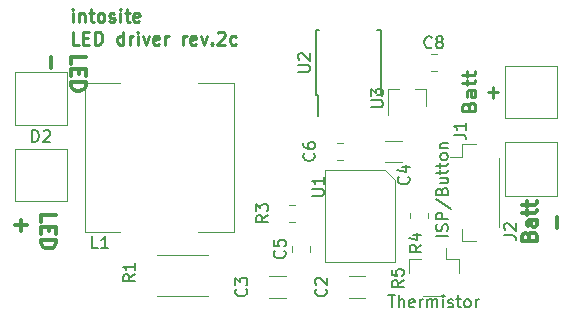
<source format=gbr>
%TF.GenerationSoftware,KiCad,Pcbnew,(5.1.9)-1*%
%TF.CreationDate,2021-04-21T21:59:07+08:00*%
%TF.ProjectId,xhp70-driver,78687037-302d-4647-9269-7665722e6b69,rev?*%
%TF.SameCoordinates,Original*%
%TF.FileFunction,Legend,Top*%
%TF.FilePolarity,Positive*%
%FSLAX46Y46*%
G04 Gerber Fmt 4.6, Leading zero omitted, Abs format (unit mm)*
G04 Created by KiCad (PCBNEW (5.1.9)-1) date 2021-04-21 21:59:07*
%MOMM*%
%LPD*%
G01*
G04 APERTURE LIST*
%ADD10C,0.275000*%
%ADD11C,0.312500*%
%ADD12C,0.200000*%
%ADD13C,0.120000*%
%ADD14C,0.150000*%
G04 APERTURE END LIST*
D10*
X117690654Y-52535119D02*
X117690654Y-51801785D01*
X117690654Y-51435119D02*
X117638273Y-51487500D01*
X117690654Y-51539880D01*
X117743035Y-51487500D01*
X117690654Y-51435119D01*
X117690654Y-51539880D01*
X118214464Y-51801785D02*
X118214464Y-52535119D01*
X118214464Y-51906547D02*
X118266845Y-51854166D01*
X118371607Y-51801785D01*
X118528750Y-51801785D01*
X118633511Y-51854166D01*
X118685892Y-51958928D01*
X118685892Y-52535119D01*
X119052559Y-51801785D02*
X119471607Y-51801785D01*
X119209702Y-51435119D02*
X119209702Y-52377976D01*
X119262083Y-52482738D01*
X119366845Y-52535119D01*
X119471607Y-52535119D01*
X119995416Y-52535119D02*
X119890654Y-52482738D01*
X119838273Y-52430357D01*
X119785892Y-52325595D01*
X119785892Y-52011309D01*
X119838273Y-51906547D01*
X119890654Y-51854166D01*
X119995416Y-51801785D01*
X120152559Y-51801785D01*
X120257321Y-51854166D01*
X120309702Y-51906547D01*
X120362083Y-52011309D01*
X120362083Y-52325595D01*
X120309702Y-52430357D01*
X120257321Y-52482738D01*
X120152559Y-52535119D01*
X119995416Y-52535119D01*
X120781130Y-52482738D02*
X120885892Y-52535119D01*
X121095416Y-52535119D01*
X121200178Y-52482738D01*
X121252559Y-52377976D01*
X121252559Y-52325595D01*
X121200178Y-52220833D01*
X121095416Y-52168452D01*
X120938273Y-52168452D01*
X120833511Y-52116071D01*
X120781130Y-52011309D01*
X120781130Y-51958928D01*
X120833511Y-51854166D01*
X120938273Y-51801785D01*
X121095416Y-51801785D01*
X121200178Y-51854166D01*
X121723988Y-52535119D02*
X121723988Y-51801785D01*
X121723988Y-51435119D02*
X121671607Y-51487500D01*
X121723988Y-51539880D01*
X121776369Y-51487500D01*
X121723988Y-51435119D01*
X121723988Y-51539880D01*
X122090654Y-51801785D02*
X122509702Y-51801785D01*
X122247797Y-51435119D02*
X122247797Y-52377976D01*
X122300178Y-52482738D01*
X122404940Y-52535119D01*
X122509702Y-52535119D01*
X123295416Y-52482738D02*
X123190654Y-52535119D01*
X122981130Y-52535119D01*
X122876369Y-52482738D01*
X122823988Y-52377976D01*
X122823988Y-51958928D01*
X122876369Y-51854166D01*
X122981130Y-51801785D01*
X123190654Y-51801785D01*
X123295416Y-51854166D01*
X123347797Y-51958928D01*
X123347797Y-52063690D01*
X122823988Y-52168452D01*
X118214464Y-54460119D02*
X117690654Y-54460119D01*
X117690654Y-53360119D01*
X118581130Y-53883928D02*
X118947797Y-53883928D01*
X119104940Y-54460119D02*
X118581130Y-54460119D01*
X118581130Y-53360119D01*
X119104940Y-53360119D01*
X119576369Y-54460119D02*
X119576369Y-53360119D01*
X119838273Y-53360119D01*
X119995416Y-53412500D01*
X120100178Y-53517261D01*
X120152559Y-53622023D01*
X120204940Y-53831547D01*
X120204940Y-53988690D01*
X120152559Y-54198214D01*
X120100178Y-54302976D01*
X119995416Y-54407738D01*
X119838273Y-54460119D01*
X119576369Y-54460119D01*
X121985892Y-54460119D02*
X121985892Y-53360119D01*
X121985892Y-54407738D02*
X121881130Y-54460119D01*
X121671607Y-54460119D01*
X121566845Y-54407738D01*
X121514464Y-54355357D01*
X121462083Y-54250595D01*
X121462083Y-53936309D01*
X121514464Y-53831547D01*
X121566845Y-53779166D01*
X121671607Y-53726785D01*
X121881130Y-53726785D01*
X121985892Y-53779166D01*
X122509702Y-54460119D02*
X122509702Y-53726785D01*
X122509702Y-53936309D02*
X122562083Y-53831547D01*
X122614464Y-53779166D01*
X122719226Y-53726785D01*
X122823988Y-53726785D01*
X123190654Y-54460119D02*
X123190654Y-53726785D01*
X123190654Y-53360119D02*
X123138273Y-53412500D01*
X123190654Y-53464880D01*
X123243035Y-53412500D01*
X123190654Y-53360119D01*
X123190654Y-53464880D01*
X123609702Y-53726785D02*
X123871607Y-54460119D01*
X124133511Y-53726785D01*
X124971607Y-54407738D02*
X124866845Y-54460119D01*
X124657321Y-54460119D01*
X124552559Y-54407738D01*
X124500178Y-54302976D01*
X124500178Y-53883928D01*
X124552559Y-53779166D01*
X124657321Y-53726785D01*
X124866845Y-53726785D01*
X124971607Y-53779166D01*
X125023988Y-53883928D01*
X125023988Y-53988690D01*
X124500178Y-54093452D01*
X125495416Y-54460119D02*
X125495416Y-53726785D01*
X125495416Y-53936309D02*
X125547797Y-53831547D01*
X125600178Y-53779166D01*
X125704940Y-53726785D01*
X125809702Y-53726785D01*
X127014464Y-54460119D02*
X127014464Y-53726785D01*
X127014464Y-53936309D02*
X127066845Y-53831547D01*
X127119226Y-53779166D01*
X127223988Y-53726785D01*
X127328750Y-53726785D01*
X128114464Y-54407738D02*
X128009702Y-54460119D01*
X127800178Y-54460119D01*
X127695416Y-54407738D01*
X127643035Y-54302976D01*
X127643035Y-53883928D01*
X127695416Y-53779166D01*
X127800178Y-53726785D01*
X128009702Y-53726785D01*
X128114464Y-53779166D01*
X128166845Y-53883928D01*
X128166845Y-53988690D01*
X127643035Y-54093452D01*
X128533511Y-53726785D02*
X128795416Y-54460119D01*
X129057321Y-53726785D01*
X129476369Y-54355357D02*
X129528750Y-54407738D01*
X129476369Y-54460119D01*
X129423988Y-54407738D01*
X129476369Y-54355357D01*
X129476369Y-54460119D01*
X129947797Y-53464880D02*
X130000178Y-53412500D01*
X130104940Y-53360119D01*
X130366845Y-53360119D01*
X130471607Y-53412500D01*
X130523988Y-53464880D01*
X130576369Y-53569642D01*
X130576369Y-53674404D01*
X130523988Y-53831547D01*
X129895416Y-54460119D01*
X130576369Y-54460119D01*
X131519226Y-54407738D02*
X131414464Y-54460119D01*
X131204940Y-54460119D01*
X131100178Y-54407738D01*
X131047797Y-54355357D01*
X130995416Y-54250595D01*
X130995416Y-53936309D01*
X131047797Y-53831547D01*
X131100178Y-53779166D01*
X131204940Y-53726785D01*
X131414464Y-53726785D01*
X131519226Y-53779166D01*
X151208928Y-59690476D02*
X151261309Y-59511904D01*
X151313690Y-59452380D01*
X151418452Y-59392857D01*
X151575595Y-59392857D01*
X151680357Y-59452380D01*
X151732738Y-59511904D01*
X151785119Y-59630952D01*
X151785119Y-60107142D01*
X150685119Y-60107142D01*
X150685119Y-59690476D01*
X150737500Y-59571428D01*
X150789880Y-59511904D01*
X150894642Y-59452380D01*
X150999404Y-59452380D01*
X151104166Y-59511904D01*
X151156547Y-59571428D01*
X151208928Y-59690476D01*
X151208928Y-60107142D01*
X151785119Y-58321428D02*
X151208928Y-58321428D01*
X151104166Y-58380952D01*
X151051785Y-58500000D01*
X151051785Y-58738095D01*
X151104166Y-58857142D01*
X151732738Y-58321428D02*
X151785119Y-58440476D01*
X151785119Y-58738095D01*
X151732738Y-58857142D01*
X151627976Y-58916666D01*
X151523214Y-58916666D01*
X151418452Y-58857142D01*
X151366071Y-58738095D01*
X151366071Y-58440476D01*
X151313690Y-58321428D01*
X151051785Y-57904761D02*
X151051785Y-57428571D01*
X150685119Y-57726190D02*
X151627976Y-57726190D01*
X151732738Y-57666666D01*
X151785119Y-57547619D01*
X151785119Y-57428571D01*
X151051785Y-57190476D02*
X151051785Y-56714285D01*
X150685119Y-57011904D02*
X151627976Y-57011904D01*
X151732738Y-56952380D01*
X151785119Y-56833333D01*
X151785119Y-56714285D01*
X153291071Y-58976190D02*
X153291071Y-58023809D01*
X153710119Y-58500000D02*
X152872023Y-58500000D01*
D11*
X156316964Y-70690476D02*
X156376488Y-70511904D01*
X156436011Y-70452380D01*
X156555059Y-70392857D01*
X156733630Y-70392857D01*
X156852678Y-70452380D01*
X156912202Y-70511904D01*
X156971726Y-70630952D01*
X156971726Y-71107142D01*
X155721726Y-71107142D01*
X155721726Y-70690476D01*
X155781250Y-70571428D01*
X155840773Y-70511904D01*
X155959821Y-70452380D01*
X156078869Y-70452380D01*
X156197916Y-70511904D01*
X156257440Y-70571428D01*
X156316964Y-70690476D01*
X156316964Y-71107142D01*
X156971726Y-69321428D02*
X156316964Y-69321428D01*
X156197916Y-69380952D01*
X156138392Y-69500000D01*
X156138392Y-69738095D01*
X156197916Y-69857142D01*
X156912202Y-69321428D02*
X156971726Y-69440476D01*
X156971726Y-69738095D01*
X156912202Y-69857142D01*
X156793154Y-69916666D01*
X156674107Y-69916666D01*
X156555059Y-69857142D01*
X156495535Y-69738095D01*
X156495535Y-69440476D01*
X156436011Y-69321428D01*
X156138392Y-68904761D02*
X156138392Y-68428571D01*
X155721726Y-68726190D02*
X156793154Y-68726190D01*
X156912202Y-68666666D01*
X156971726Y-68547619D01*
X156971726Y-68428571D01*
X156138392Y-68190476D02*
X156138392Y-67714285D01*
X155721726Y-68011904D02*
X156793154Y-68011904D01*
X156912202Y-67952380D01*
X156971726Y-67833333D01*
X156971726Y-67714285D01*
X158683035Y-69976190D02*
X158683035Y-69023809D01*
D12*
X149452380Y-70678571D02*
X148452380Y-70678571D01*
X149404761Y-70250000D02*
X149452380Y-70107142D01*
X149452380Y-69869047D01*
X149404761Y-69773809D01*
X149357142Y-69726190D01*
X149261904Y-69678571D01*
X149166666Y-69678571D01*
X149071428Y-69726190D01*
X149023809Y-69773809D01*
X148976190Y-69869047D01*
X148928571Y-70059523D01*
X148880952Y-70154761D01*
X148833333Y-70202380D01*
X148738095Y-70250000D01*
X148642857Y-70250000D01*
X148547619Y-70202380D01*
X148500000Y-70154761D01*
X148452380Y-70059523D01*
X148452380Y-69821428D01*
X148500000Y-69678571D01*
X149452380Y-69250000D02*
X148452380Y-69250000D01*
X148452380Y-68869047D01*
X148500000Y-68773809D01*
X148547619Y-68726190D01*
X148642857Y-68678571D01*
X148785714Y-68678571D01*
X148880952Y-68726190D01*
X148928571Y-68773809D01*
X148976190Y-68869047D01*
X148976190Y-69250000D01*
X148404761Y-67535714D02*
X149690476Y-68392857D01*
X148928571Y-66869047D02*
X148976190Y-66726190D01*
X149023809Y-66678571D01*
X149119047Y-66630952D01*
X149261904Y-66630952D01*
X149357142Y-66678571D01*
X149404761Y-66726190D01*
X149452380Y-66821428D01*
X149452380Y-67202380D01*
X148452380Y-67202380D01*
X148452380Y-66869047D01*
X148500000Y-66773809D01*
X148547619Y-66726190D01*
X148642857Y-66678571D01*
X148738095Y-66678571D01*
X148833333Y-66726190D01*
X148880952Y-66773809D01*
X148928571Y-66869047D01*
X148928571Y-67202380D01*
X148785714Y-65773809D02*
X149452380Y-65773809D01*
X148785714Y-66202380D02*
X149309523Y-66202380D01*
X149404761Y-66154761D01*
X149452380Y-66059523D01*
X149452380Y-65916666D01*
X149404761Y-65821428D01*
X149357142Y-65773809D01*
X148785714Y-65440476D02*
X148785714Y-65059523D01*
X148452380Y-65297619D02*
X149309523Y-65297619D01*
X149404761Y-65250000D01*
X149452380Y-65154761D01*
X149452380Y-65059523D01*
X148785714Y-64869047D02*
X148785714Y-64488095D01*
X148452380Y-64726190D02*
X149309523Y-64726190D01*
X149404761Y-64678571D01*
X149452380Y-64583333D01*
X149452380Y-64488095D01*
X149452380Y-64011904D02*
X149404761Y-64107142D01*
X149357142Y-64154761D01*
X149261904Y-64202380D01*
X148976190Y-64202380D01*
X148880952Y-64154761D01*
X148833333Y-64107142D01*
X148785714Y-64011904D01*
X148785714Y-63869047D01*
X148833333Y-63773809D01*
X148880952Y-63726190D01*
X148976190Y-63678571D01*
X149261904Y-63678571D01*
X149357142Y-63726190D01*
X149404761Y-63773809D01*
X149452380Y-63869047D01*
X149452380Y-64011904D01*
X148785714Y-63250000D02*
X149452380Y-63250000D01*
X148880952Y-63250000D02*
X148833333Y-63202380D01*
X148785714Y-63107142D01*
X148785714Y-62964285D01*
X148833333Y-62869047D01*
X148928571Y-62821428D01*
X149452380Y-62821428D01*
X144416666Y-75702380D02*
X144988095Y-75702380D01*
X144702380Y-76702380D02*
X144702380Y-75702380D01*
X145321428Y-76702380D02*
X145321428Y-75702380D01*
X145750000Y-76702380D02*
X145750000Y-76178571D01*
X145702380Y-76083333D01*
X145607142Y-76035714D01*
X145464285Y-76035714D01*
X145369047Y-76083333D01*
X145321428Y-76130952D01*
X146607142Y-76654761D02*
X146511904Y-76702380D01*
X146321428Y-76702380D01*
X146226190Y-76654761D01*
X146178571Y-76559523D01*
X146178571Y-76178571D01*
X146226190Y-76083333D01*
X146321428Y-76035714D01*
X146511904Y-76035714D01*
X146607142Y-76083333D01*
X146654761Y-76178571D01*
X146654761Y-76273809D01*
X146178571Y-76369047D01*
X147083333Y-76702380D02*
X147083333Y-76035714D01*
X147083333Y-76226190D02*
X147130952Y-76130952D01*
X147178571Y-76083333D01*
X147273809Y-76035714D01*
X147369047Y-76035714D01*
X147702380Y-76702380D02*
X147702380Y-76035714D01*
X147702380Y-76130952D02*
X147750000Y-76083333D01*
X147845238Y-76035714D01*
X147988095Y-76035714D01*
X148083333Y-76083333D01*
X148130952Y-76178571D01*
X148130952Y-76702380D01*
X148130952Y-76178571D02*
X148178571Y-76083333D01*
X148273809Y-76035714D01*
X148416666Y-76035714D01*
X148511904Y-76083333D01*
X148559523Y-76178571D01*
X148559523Y-76702380D01*
X149035714Y-76702380D02*
X149035714Y-76035714D01*
X149035714Y-75702380D02*
X148988095Y-75750000D01*
X149035714Y-75797619D01*
X149083333Y-75750000D01*
X149035714Y-75702380D01*
X149035714Y-75797619D01*
X149464285Y-76654761D02*
X149559523Y-76702380D01*
X149750000Y-76702380D01*
X149845238Y-76654761D01*
X149892857Y-76559523D01*
X149892857Y-76511904D01*
X149845238Y-76416666D01*
X149750000Y-76369047D01*
X149607142Y-76369047D01*
X149511904Y-76321428D01*
X149464285Y-76226190D01*
X149464285Y-76178571D01*
X149511904Y-76083333D01*
X149607142Y-76035714D01*
X149750000Y-76035714D01*
X149845238Y-76083333D01*
X150178571Y-76035714D02*
X150559523Y-76035714D01*
X150321428Y-75702380D02*
X150321428Y-76559523D01*
X150369047Y-76654761D01*
X150464285Y-76702380D01*
X150559523Y-76702380D01*
X151035714Y-76702380D02*
X150940476Y-76654761D01*
X150892857Y-76607142D01*
X150845238Y-76511904D01*
X150845238Y-76226190D01*
X150892857Y-76130952D01*
X150940476Y-76083333D01*
X151035714Y-76035714D01*
X151178571Y-76035714D01*
X151273809Y-76083333D01*
X151321428Y-76130952D01*
X151369047Y-76226190D01*
X151369047Y-76511904D01*
X151321428Y-76607142D01*
X151273809Y-76654761D01*
X151178571Y-76702380D01*
X151035714Y-76702380D01*
X151797619Y-76702380D02*
X151797619Y-76035714D01*
X151797619Y-76226190D02*
X151845238Y-76130952D01*
X151892857Y-76083333D01*
X151988095Y-76035714D01*
X152083333Y-76035714D01*
D11*
X117528273Y-56095982D02*
X117528273Y-55500744D01*
X118778273Y-55500744D01*
X118183035Y-56512648D02*
X118183035Y-56929315D01*
X117528273Y-57107886D02*
X117528273Y-56512648D01*
X118778273Y-56512648D01*
X118778273Y-57107886D01*
X117528273Y-57643601D02*
X118778273Y-57643601D01*
X118778273Y-57941220D01*
X118718750Y-58119791D01*
X118599702Y-58238839D01*
X118480654Y-58298363D01*
X118242559Y-58357886D01*
X118063988Y-58357886D01*
X117825892Y-58298363D01*
X117706845Y-58238839D01*
X117587797Y-58119791D01*
X117528273Y-57941220D01*
X117528273Y-57643601D01*
X115816964Y-55500744D02*
X115816964Y-56453125D01*
X115028273Y-69446428D02*
X115028273Y-68851190D01*
X116278273Y-68851190D01*
X115683035Y-69863095D02*
X115683035Y-70279761D01*
X115028273Y-70458333D02*
X115028273Y-69863095D01*
X116278273Y-69863095D01*
X116278273Y-70458333D01*
X115028273Y-70994047D02*
X116278273Y-70994047D01*
X116278273Y-71291666D01*
X116218750Y-71470238D01*
X116099702Y-71589285D01*
X115980654Y-71648809D01*
X115742559Y-71708333D01*
X115563988Y-71708333D01*
X115325892Y-71648809D01*
X115206845Y-71589285D01*
X115087797Y-71470238D01*
X115028273Y-71291666D01*
X115028273Y-70994047D01*
X113316964Y-69297619D02*
X113316964Y-70250000D01*
X112840773Y-69773809D02*
X113793154Y-69773809D01*
D13*
%TO.C,U3*%
X147580000Y-58240000D02*
X146650000Y-58240000D01*
X144420000Y-58240000D02*
X145350000Y-58240000D01*
X144420000Y-58240000D02*
X144420000Y-60400000D01*
X147580000Y-58240000D02*
X147580000Y-59700000D01*
%TO.C,C8*%
X147988748Y-55265000D02*
X148511252Y-55265000D01*
X147988748Y-56735000D02*
X148511252Y-56735000D01*
%TO.C,J2*%
X151790000Y-62890000D02*
X150640000Y-62890000D01*
X150640000Y-62890000D02*
X150640000Y-63940000D01*
X150640000Y-63940000D02*
X149650000Y-63940000D01*
X151790000Y-71110000D02*
X150640000Y-71110000D01*
X150640000Y-71110000D02*
X150640000Y-70060000D01*
X153760000Y-64060000D02*
X153760000Y-69940000D01*
D14*
%TO.C,U2*%
X138245000Y-58750000D02*
X138450000Y-58750000D01*
X138245000Y-53250000D02*
X138545000Y-53250000D01*
X143755000Y-53250000D02*
X143455000Y-53250000D01*
X143755000Y-58750000D02*
X143455000Y-58750000D01*
X138245000Y-58750000D02*
X138245000Y-53250000D01*
X143755000Y-58750000D02*
X143755000Y-53250000D01*
X138450000Y-58750000D02*
X138450000Y-60500000D01*
D13*
%TO.C,U1*%
X144150000Y-65100000D02*
X144950000Y-65900000D01*
X144950000Y-65900000D02*
X144950000Y-72900000D01*
X144950000Y-72900000D02*
X139050000Y-72900000D01*
X139050000Y-72900000D02*
X139050000Y-65100000D01*
X139050000Y-65100000D02*
X144150000Y-65100000D01*
%TO.C,R5*%
X150360000Y-73790000D02*
X150360000Y-72640000D01*
X150360000Y-72640000D02*
X149310000Y-72640000D01*
X149310000Y-72640000D02*
X149310000Y-71650000D01*
X146140000Y-73790000D02*
X146140000Y-72640000D01*
X146140000Y-72640000D02*
X147190000Y-72640000D01*
X149190000Y-75760000D02*
X147310000Y-75760000D01*
%TO.C,R4*%
X146265000Y-69139564D02*
X146265000Y-68685436D01*
X147735000Y-69139564D02*
X147735000Y-68685436D01*
%TO.C,R3*%
X136022936Y-68015000D02*
X136477064Y-68015000D01*
X136022936Y-69485000D02*
X136477064Y-69485000D01*
%TO.C,R1*%
X129177064Y-75710000D02*
X124822936Y-75710000D01*
X129177064Y-72290000D02*
X124822936Y-72290000D01*
%TO.C,L1*%
X128300000Y-57700000D02*
X131300000Y-57700000D01*
X131300000Y-57700000D02*
X131300000Y-70300000D01*
X131300000Y-70300000D02*
X128300000Y-70300000D01*
X121700000Y-70300000D02*
X118700000Y-70300000D01*
X118700000Y-70300000D02*
X118700000Y-57700000D01*
X118700000Y-57700000D02*
X121700000Y-57700000D01*
%TO.C,J1*%
X158700000Y-56300000D02*
X158700000Y-60700000D01*
X158700000Y-60700000D02*
X154300000Y-60700000D01*
X154300000Y-60700000D02*
X154300000Y-56300000D01*
X154300000Y-56300000D02*
X158700000Y-56300000D01*
X158700000Y-62750000D02*
X154300000Y-62750000D01*
X158700000Y-67250000D02*
X154300000Y-67250000D01*
X158700000Y-62750000D02*
X158700000Y-67250000D01*
X154300000Y-62750000D02*
X154300000Y-67250000D01*
%TO.C,D2*%
X112800000Y-67700000D02*
X112800000Y-63300000D01*
X112800000Y-63300000D02*
X117200000Y-63300000D01*
X117200000Y-63300000D02*
X117200000Y-67700000D01*
X117200000Y-67700000D02*
X112800000Y-67700000D01*
X112800000Y-61250000D02*
X117200000Y-61250000D01*
X112800000Y-56750000D02*
X117200000Y-56750000D01*
X112800000Y-61250000D02*
X112800000Y-56750000D01*
X117200000Y-61250000D02*
X117200000Y-56750000D01*
%TO.C,C6*%
X140561252Y-64235000D02*
X140038748Y-64235000D01*
X140561252Y-62765000D02*
X140038748Y-62765000D01*
%TO.C,C5*%
X137735000Y-71488748D02*
X137735000Y-72011252D01*
X136265000Y-71488748D02*
X136265000Y-72011252D01*
%TO.C,C4*%
X144101248Y-62590000D02*
X145523752Y-62590000D01*
X144101248Y-64410000D02*
X145523752Y-64410000D01*
%TO.C,C3*%
X134288748Y-74090000D02*
X135711252Y-74090000D01*
X134288748Y-75910000D02*
X135711252Y-75910000D01*
%TO.C,C2*%
X141038748Y-74090000D02*
X142461252Y-74090000D01*
X141038748Y-75910000D02*
X142461252Y-75910000D01*
%TO.C,U3*%
D14*
X142952380Y-59761904D02*
X143761904Y-59761904D01*
X143857142Y-59714285D01*
X143904761Y-59666666D01*
X143952380Y-59571428D01*
X143952380Y-59380952D01*
X143904761Y-59285714D01*
X143857142Y-59238095D01*
X143761904Y-59190476D01*
X142952380Y-59190476D01*
X142952380Y-58809523D02*
X142952380Y-58190476D01*
X143333333Y-58523809D01*
X143333333Y-58380952D01*
X143380952Y-58285714D01*
X143428571Y-58238095D01*
X143523809Y-58190476D01*
X143761904Y-58190476D01*
X143857142Y-58238095D01*
X143904761Y-58285714D01*
X143952380Y-58380952D01*
X143952380Y-58666666D01*
X143904761Y-58761904D01*
X143857142Y-58809523D01*
%TO.C,C8*%
X148083333Y-54677142D02*
X148035714Y-54724761D01*
X147892857Y-54772380D01*
X147797619Y-54772380D01*
X147654761Y-54724761D01*
X147559523Y-54629523D01*
X147511904Y-54534285D01*
X147464285Y-54343809D01*
X147464285Y-54200952D01*
X147511904Y-54010476D01*
X147559523Y-53915238D01*
X147654761Y-53820000D01*
X147797619Y-53772380D01*
X147892857Y-53772380D01*
X148035714Y-53820000D01*
X148083333Y-53867619D01*
X148654761Y-54200952D02*
X148559523Y-54153333D01*
X148511904Y-54105714D01*
X148464285Y-54010476D01*
X148464285Y-53962857D01*
X148511904Y-53867619D01*
X148559523Y-53820000D01*
X148654761Y-53772380D01*
X148845238Y-53772380D01*
X148940476Y-53820000D01*
X148988095Y-53867619D01*
X149035714Y-53962857D01*
X149035714Y-54010476D01*
X148988095Y-54105714D01*
X148940476Y-54153333D01*
X148845238Y-54200952D01*
X148654761Y-54200952D01*
X148559523Y-54248571D01*
X148511904Y-54296190D01*
X148464285Y-54391428D01*
X148464285Y-54581904D01*
X148511904Y-54677142D01*
X148559523Y-54724761D01*
X148654761Y-54772380D01*
X148845238Y-54772380D01*
X148940476Y-54724761D01*
X148988095Y-54677142D01*
X149035714Y-54581904D01*
X149035714Y-54391428D01*
X148988095Y-54296190D01*
X148940476Y-54248571D01*
X148845238Y-54200952D01*
%TO.C,J2*%
X154202380Y-70583333D02*
X154916666Y-70583333D01*
X155059523Y-70630952D01*
X155154761Y-70726190D01*
X155202380Y-70869047D01*
X155202380Y-70964285D01*
X154297619Y-70154761D02*
X154250000Y-70107142D01*
X154202380Y-70011904D01*
X154202380Y-69773809D01*
X154250000Y-69678571D01*
X154297619Y-69630952D01*
X154392857Y-69583333D01*
X154488095Y-69583333D01*
X154630952Y-69630952D01*
X155202380Y-70202380D01*
X155202380Y-69583333D01*
%TO.C,U2*%
X136772380Y-56761904D02*
X137581904Y-56761904D01*
X137677142Y-56714285D01*
X137724761Y-56666666D01*
X137772380Y-56571428D01*
X137772380Y-56380952D01*
X137724761Y-56285714D01*
X137677142Y-56238095D01*
X137581904Y-56190476D01*
X136772380Y-56190476D01*
X136867619Y-55761904D02*
X136820000Y-55714285D01*
X136772380Y-55619047D01*
X136772380Y-55380952D01*
X136820000Y-55285714D01*
X136867619Y-55238095D01*
X136962857Y-55190476D01*
X137058095Y-55190476D01*
X137200952Y-55238095D01*
X137772380Y-55809523D01*
X137772380Y-55190476D01*
%TO.C,U1*%
X137952380Y-67261904D02*
X138761904Y-67261904D01*
X138857142Y-67214285D01*
X138904761Y-67166666D01*
X138952380Y-67071428D01*
X138952380Y-66880952D01*
X138904761Y-66785714D01*
X138857142Y-66738095D01*
X138761904Y-66690476D01*
X137952380Y-66690476D01*
X138952380Y-65690476D02*
X138952380Y-66261904D01*
X138952380Y-65976190D02*
X137952380Y-65976190D01*
X138095238Y-66071428D01*
X138190476Y-66166666D01*
X138238095Y-66261904D01*
%TO.C,R5*%
X145702380Y-74416666D02*
X145226190Y-74750000D01*
X145702380Y-74988095D02*
X144702380Y-74988095D01*
X144702380Y-74607142D01*
X144750000Y-74511904D01*
X144797619Y-74464285D01*
X144892857Y-74416666D01*
X145035714Y-74416666D01*
X145130952Y-74464285D01*
X145178571Y-74511904D01*
X145226190Y-74607142D01*
X145226190Y-74988095D01*
X144702380Y-73511904D02*
X144702380Y-73988095D01*
X145178571Y-74035714D01*
X145130952Y-73988095D01*
X145083333Y-73892857D01*
X145083333Y-73654761D01*
X145130952Y-73559523D01*
X145178571Y-73511904D01*
X145273809Y-73464285D01*
X145511904Y-73464285D01*
X145607142Y-73511904D01*
X145654761Y-73559523D01*
X145702380Y-73654761D01*
X145702380Y-73892857D01*
X145654761Y-73988095D01*
X145607142Y-74035714D01*
%TO.C,R4*%
X147202380Y-71416666D02*
X146726190Y-71750000D01*
X147202380Y-71988095D02*
X146202380Y-71988095D01*
X146202380Y-71607142D01*
X146250000Y-71511904D01*
X146297619Y-71464285D01*
X146392857Y-71416666D01*
X146535714Y-71416666D01*
X146630952Y-71464285D01*
X146678571Y-71511904D01*
X146726190Y-71607142D01*
X146726190Y-71988095D01*
X146535714Y-70559523D02*
X147202380Y-70559523D01*
X146154761Y-70797619D02*
X146869047Y-71035714D01*
X146869047Y-70416666D01*
%TO.C,R3*%
X134202380Y-68916666D02*
X133726190Y-69250000D01*
X134202380Y-69488095D02*
X133202380Y-69488095D01*
X133202380Y-69107142D01*
X133250000Y-69011904D01*
X133297619Y-68964285D01*
X133392857Y-68916666D01*
X133535714Y-68916666D01*
X133630952Y-68964285D01*
X133678571Y-69011904D01*
X133726190Y-69107142D01*
X133726190Y-69488095D01*
X133202380Y-68583333D02*
X133202380Y-67964285D01*
X133583333Y-68297619D01*
X133583333Y-68154761D01*
X133630952Y-68059523D01*
X133678571Y-68011904D01*
X133773809Y-67964285D01*
X134011904Y-67964285D01*
X134107142Y-68011904D01*
X134154761Y-68059523D01*
X134202380Y-68154761D01*
X134202380Y-68440476D01*
X134154761Y-68535714D01*
X134107142Y-68583333D01*
%TO.C,R1*%
X122952380Y-73916666D02*
X122476190Y-74250000D01*
X122952380Y-74488095D02*
X121952380Y-74488095D01*
X121952380Y-74107142D01*
X122000000Y-74011904D01*
X122047619Y-73964285D01*
X122142857Y-73916666D01*
X122285714Y-73916666D01*
X122380952Y-73964285D01*
X122428571Y-74011904D01*
X122476190Y-74107142D01*
X122476190Y-74488095D01*
X122952380Y-72964285D02*
X122952380Y-73535714D01*
X122952380Y-73250000D02*
X121952380Y-73250000D01*
X122095238Y-73345238D01*
X122190476Y-73440476D01*
X122238095Y-73535714D01*
%TO.C,L1*%
X119833333Y-71702380D02*
X119357142Y-71702380D01*
X119357142Y-70702380D01*
X120690476Y-71702380D02*
X120119047Y-71702380D01*
X120404761Y-71702380D02*
X120404761Y-70702380D01*
X120309523Y-70845238D01*
X120214285Y-70940476D01*
X120119047Y-70988095D01*
%TO.C,J1*%
X149952380Y-62083333D02*
X150666666Y-62083333D01*
X150809523Y-62130952D01*
X150904761Y-62226190D01*
X150952380Y-62369047D01*
X150952380Y-62464285D01*
X150952380Y-61083333D02*
X150952380Y-61654761D01*
X150952380Y-61369047D02*
X149952380Y-61369047D01*
X150095238Y-61464285D01*
X150190476Y-61559523D01*
X150238095Y-61654761D01*
%TO.C,D2*%
X114261904Y-62702380D02*
X114261904Y-61702380D01*
X114500000Y-61702380D01*
X114642857Y-61750000D01*
X114738095Y-61845238D01*
X114785714Y-61940476D01*
X114833333Y-62130952D01*
X114833333Y-62273809D01*
X114785714Y-62464285D01*
X114738095Y-62559523D01*
X114642857Y-62654761D01*
X114500000Y-62702380D01*
X114261904Y-62702380D01*
X115214285Y-61797619D02*
X115261904Y-61750000D01*
X115357142Y-61702380D01*
X115595238Y-61702380D01*
X115690476Y-61750000D01*
X115738095Y-61797619D01*
X115785714Y-61892857D01*
X115785714Y-61988095D01*
X115738095Y-62130952D01*
X115166666Y-62702380D01*
X115785714Y-62702380D01*
%TO.C,C6*%
X138107142Y-63666666D02*
X138154761Y-63714285D01*
X138202380Y-63857142D01*
X138202380Y-63952380D01*
X138154761Y-64095238D01*
X138059523Y-64190476D01*
X137964285Y-64238095D01*
X137773809Y-64285714D01*
X137630952Y-64285714D01*
X137440476Y-64238095D01*
X137345238Y-64190476D01*
X137250000Y-64095238D01*
X137202380Y-63952380D01*
X137202380Y-63857142D01*
X137250000Y-63714285D01*
X137297619Y-63666666D01*
X137202380Y-62809523D02*
X137202380Y-63000000D01*
X137250000Y-63095238D01*
X137297619Y-63142857D01*
X137440476Y-63238095D01*
X137630952Y-63285714D01*
X138011904Y-63285714D01*
X138107142Y-63238095D01*
X138154761Y-63190476D01*
X138202380Y-63095238D01*
X138202380Y-62904761D01*
X138154761Y-62809523D01*
X138107142Y-62761904D01*
X138011904Y-62714285D01*
X137773809Y-62714285D01*
X137678571Y-62761904D01*
X137630952Y-62809523D01*
X137583333Y-62904761D01*
X137583333Y-63095238D01*
X137630952Y-63190476D01*
X137678571Y-63238095D01*
X137773809Y-63285714D01*
%TO.C,C5*%
X135607142Y-71916666D02*
X135654761Y-71964285D01*
X135702380Y-72107142D01*
X135702380Y-72202380D01*
X135654761Y-72345238D01*
X135559523Y-72440476D01*
X135464285Y-72488095D01*
X135273809Y-72535714D01*
X135130952Y-72535714D01*
X134940476Y-72488095D01*
X134845238Y-72440476D01*
X134750000Y-72345238D01*
X134702380Y-72202380D01*
X134702380Y-72107142D01*
X134750000Y-71964285D01*
X134797619Y-71916666D01*
X134702380Y-71011904D02*
X134702380Y-71488095D01*
X135178571Y-71535714D01*
X135130952Y-71488095D01*
X135083333Y-71392857D01*
X135083333Y-71154761D01*
X135130952Y-71059523D01*
X135178571Y-71011904D01*
X135273809Y-70964285D01*
X135511904Y-70964285D01*
X135607142Y-71011904D01*
X135654761Y-71059523D01*
X135702380Y-71154761D01*
X135702380Y-71392857D01*
X135654761Y-71488095D01*
X135607142Y-71535714D01*
%TO.C,C4*%
X146107142Y-65666666D02*
X146154761Y-65714285D01*
X146202380Y-65857142D01*
X146202380Y-65952380D01*
X146154761Y-66095238D01*
X146059523Y-66190476D01*
X145964285Y-66238095D01*
X145773809Y-66285714D01*
X145630952Y-66285714D01*
X145440476Y-66238095D01*
X145345238Y-66190476D01*
X145250000Y-66095238D01*
X145202380Y-65952380D01*
X145202380Y-65857142D01*
X145250000Y-65714285D01*
X145297619Y-65666666D01*
X145535714Y-64809523D02*
X146202380Y-64809523D01*
X145154761Y-65047619D02*
X145869047Y-65285714D01*
X145869047Y-64666666D01*
%TO.C,C3*%
X132357142Y-75166666D02*
X132404761Y-75214285D01*
X132452380Y-75357142D01*
X132452380Y-75452380D01*
X132404761Y-75595238D01*
X132309523Y-75690476D01*
X132214285Y-75738095D01*
X132023809Y-75785714D01*
X131880952Y-75785714D01*
X131690476Y-75738095D01*
X131595238Y-75690476D01*
X131500000Y-75595238D01*
X131452380Y-75452380D01*
X131452380Y-75357142D01*
X131500000Y-75214285D01*
X131547619Y-75166666D01*
X131452380Y-74833333D02*
X131452380Y-74214285D01*
X131833333Y-74547619D01*
X131833333Y-74404761D01*
X131880952Y-74309523D01*
X131928571Y-74261904D01*
X132023809Y-74214285D01*
X132261904Y-74214285D01*
X132357142Y-74261904D01*
X132404761Y-74309523D01*
X132452380Y-74404761D01*
X132452380Y-74690476D01*
X132404761Y-74785714D01*
X132357142Y-74833333D01*
%TO.C,C2*%
X139107142Y-75166666D02*
X139154761Y-75214285D01*
X139202380Y-75357142D01*
X139202380Y-75452380D01*
X139154761Y-75595238D01*
X139059523Y-75690476D01*
X138964285Y-75738095D01*
X138773809Y-75785714D01*
X138630952Y-75785714D01*
X138440476Y-75738095D01*
X138345238Y-75690476D01*
X138250000Y-75595238D01*
X138202380Y-75452380D01*
X138202380Y-75357142D01*
X138250000Y-75214285D01*
X138297619Y-75166666D01*
X138297619Y-74785714D02*
X138250000Y-74738095D01*
X138202380Y-74642857D01*
X138202380Y-74404761D01*
X138250000Y-74309523D01*
X138297619Y-74261904D01*
X138392857Y-74214285D01*
X138488095Y-74214285D01*
X138630952Y-74261904D01*
X139202380Y-74833333D01*
X139202380Y-74214285D01*
%TD*%
M02*

</source>
